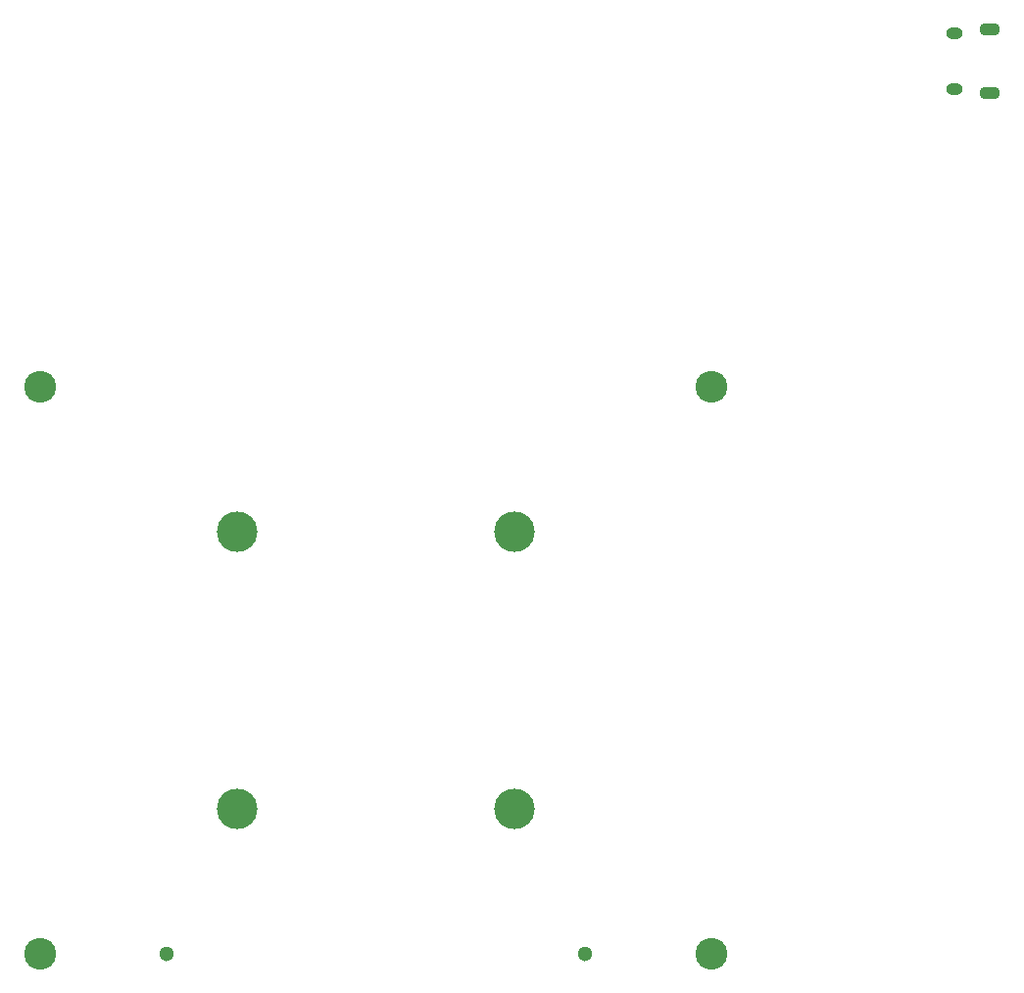
<source format=gbr>
%TF.GenerationSoftware,KiCad,Pcbnew,6.0.10+dfsg-1~bpo11+1*%
%TF.CreationDate,2023-02-16T22:59:16+00:00*%
%TF.ProjectId,OpenMowerMainboard,4f70656e-4d6f-4776-9572-4d61696e626f,rev?*%
%TF.SameCoordinates,Original*%
%TF.FileFunction,NonPlated,1,2,NPTH,Mixed*%
%TF.FilePolarity,Positive*%
%FSLAX46Y46*%
G04 Gerber Fmt 4.6, Leading zero omitted, Abs format (unit mm)*
G04 Created by KiCad (PCBNEW 6.0.10+dfsg-1~bpo11+1) date 2023-02-16 22:59:16*
%MOMM*%
%LPD*%
G01*
G04 APERTURE LIST*
G04 aperture for slot hole*
%TA.AperFunction,ComponentDrill*%
%ADD10O,1.450000X1.050000*%
%TD*%
G04 aperture for slot hole*
%TA.AperFunction,ComponentDrill*%
%ADD11O,1.800000X1.100000*%
%TD*%
%TA.AperFunction,ComponentDrill*%
%ADD12C,1.300000*%
%TD*%
%TA.AperFunction,ComponentDrill*%
%ADD13C,2.750000*%
%TD*%
%TA.AperFunction,ComponentDrill*%
%ADD14C,3.500000*%
%TD*%
G04 APERTURE END LIST*
D10*
%TO.C,U11*%
X194106544Y-94137104D03*
X194106544Y-98987104D03*
D11*
X197136544Y-93837104D03*
X197136544Y-99287104D03*
D12*
%TO.C,J21*%
X126000000Y-173700000D03*
X162200000Y-173700000D03*
D13*
%TO.C,MH3*%
X115100000Y-124700000D03*
%TO.C,MH2*%
X115100000Y-173700000D03*
%TO.C,MH4*%
X173100000Y-124700000D03*
%TO.C,MH1*%
X173100000Y-173700000D03*
D14*
%TO.C,MH7*%
X132100000Y-137200000D03*
%TO.C,MH6*%
X132100000Y-161200000D03*
%TO.C,MH8*%
X156100000Y-137200000D03*
%TO.C,MH5*%
X156100000Y-161200000D03*
M02*

</source>
